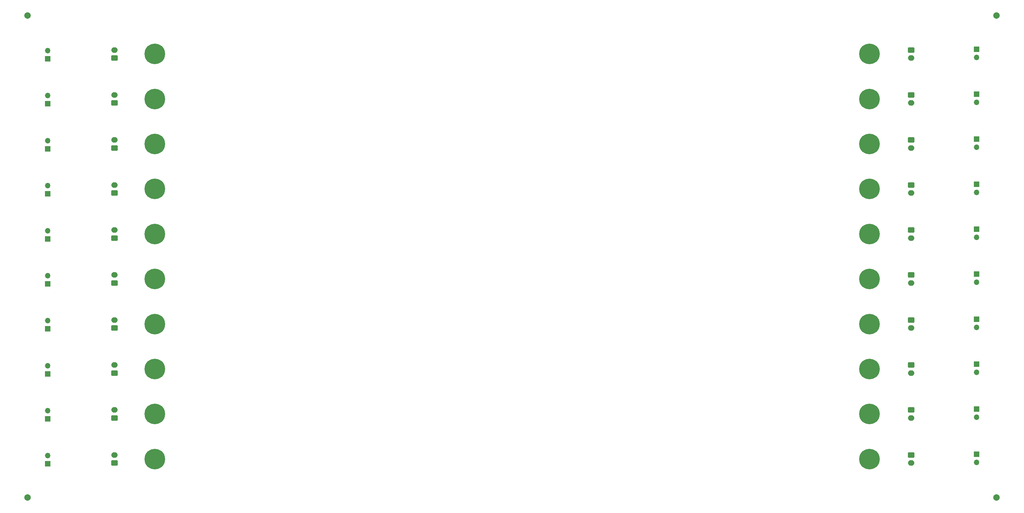
<source format=gbr>
%TF.GenerationSoftware,KiCad,Pcbnew,(6.0.7)*%
%TF.CreationDate,2023-02-06T13:38:00+00:00*%
%TF.ProjectId,Dayspring_P,44617973-7072-4696-9e67-5f502e6b6963,rev?*%
%TF.SameCoordinates,Original*%
%TF.FileFunction,Soldermask,Bot*%
%TF.FilePolarity,Negative*%
%FSLAX46Y46*%
G04 Gerber Fmt 4.6, Leading zero omitted, Abs format (unit mm)*
G04 Created by KiCad (PCBNEW (6.0.7)) date 2023-02-06 13:38:00*
%MOMM*%
%LPD*%
G01*
G04 APERTURE LIST*
G04 Aperture macros list*
%AMRoundRect*
0 Rectangle with rounded corners*
0 $1 Rounding radius*
0 $2 $3 $4 $5 $6 $7 $8 $9 X,Y pos of 4 corners*
0 Add a 4 corners polygon primitive as box body*
4,1,4,$2,$3,$4,$5,$6,$7,$8,$9,$2,$3,0*
0 Add four circle primitives for the rounded corners*
1,1,$1+$1,$2,$3*
1,1,$1+$1,$4,$5*
1,1,$1+$1,$6,$7*
1,1,$1+$1,$8,$9*
0 Add four rect primitives between the rounded corners*
20,1,$1+$1,$2,$3,$4,$5,0*
20,1,$1+$1,$4,$5,$6,$7,0*
20,1,$1+$1,$6,$7,$8,$9,0*
20,1,$1+$1,$8,$9,$2,$3,0*%
G04 Aperture macros list end*
%ADD10C,0.800000*%
%ADD11C,6.400000*%
%ADD12R,1.700000X1.700000*%
%ADD13O,1.700000X1.700000*%
%ADD14RoundRect,0.250000X0.750000X-0.600000X0.750000X0.600000X-0.750000X0.600000X-0.750000X-0.600000X0*%
%ADD15O,2.000000X1.700000*%
%ADD16RoundRect,0.250000X-0.750000X0.600000X-0.750000X-0.600000X0.750000X-0.600000X0.750000X0.600000X0*%
%ADD17C,2.000000*%
G04 APERTURE END LIST*
D10*
%TO.C,H2*%
X283400000Y-59500003D03*
X282697056Y-57802947D03*
X281000000Y-61900003D03*
X278600000Y-59500003D03*
X279302944Y-61197059D03*
X279302944Y-57802947D03*
X282697056Y-61197059D03*
D11*
X281000000Y-59500003D03*
D10*
X281000000Y-57100003D03*
%TD*%
D11*
%TO.C,H1*%
X59000000Y-115500007D03*
D10*
X59000000Y-113100007D03*
X59000000Y-117900007D03*
X60697056Y-117197063D03*
X60697056Y-113802951D03*
X57302944Y-117197063D03*
X61400000Y-115500007D03*
X57302944Y-113802951D03*
X56600000Y-115500007D03*
%TD*%
D11*
%TO.C,H2*%
X281000000Y-157500010D03*
D10*
X282697056Y-155802954D03*
X281000000Y-155100010D03*
X281000000Y-159900010D03*
X283400000Y-157500010D03*
X279302944Y-155802954D03*
X282697056Y-159197066D03*
X278600000Y-157500010D03*
X279302944Y-159197066D03*
%TD*%
%TO.C,H2*%
X283400000Y-73500004D03*
X282697056Y-75197060D03*
X282697056Y-71802948D03*
D11*
X281000000Y-73500004D03*
D10*
X278600000Y-73500004D03*
X279302944Y-71802948D03*
X281000000Y-71100004D03*
X279302944Y-75197060D03*
X281000000Y-75900004D03*
%TD*%
%TO.C,H2*%
X282697056Y-29802945D03*
X281000000Y-29100001D03*
X279302944Y-29802945D03*
X282697056Y-33197057D03*
D11*
X281000000Y-31500001D03*
D10*
X278600000Y-31500001D03*
X279302944Y-33197057D03*
X283400000Y-31500001D03*
X281000000Y-33900001D03*
%TD*%
%TO.C,H1*%
X57302944Y-159197066D03*
X57302944Y-155802954D03*
X59000000Y-155100010D03*
X60697056Y-155802954D03*
X59000000Y-159900010D03*
X56600000Y-157500010D03*
X61400000Y-157500010D03*
X60697056Y-159197066D03*
D11*
X59000000Y-157500010D03*
%TD*%
D10*
%TO.C,H2*%
X282697056Y-113802951D03*
D11*
X281000000Y-115500007D03*
D10*
X281000000Y-113100007D03*
X279302944Y-113802951D03*
X279302944Y-117197063D03*
X281000000Y-117900007D03*
X278600000Y-115500007D03*
X282697056Y-117197063D03*
X283400000Y-115500007D03*
%TD*%
D11*
%TO.C,H1*%
X59000000Y-129500008D03*
D10*
X59000000Y-131900008D03*
X57302944Y-131197064D03*
X60697056Y-131197064D03*
X57302944Y-127802952D03*
X56600000Y-129500008D03*
X59000000Y-127100008D03*
X61400000Y-129500008D03*
X60697056Y-127802952D03*
%TD*%
%TO.C,H1*%
X60697056Y-29802945D03*
D11*
X59000000Y-31500001D03*
D10*
X57302944Y-29802945D03*
X61400000Y-31500001D03*
X59000000Y-29100001D03*
X59000000Y-33900001D03*
X56600000Y-31500001D03*
X60697056Y-33197057D03*
X57302944Y-33197057D03*
%TD*%
%TO.C,H2*%
X282697056Y-141802953D03*
X283400000Y-143500009D03*
X279302944Y-145197065D03*
D11*
X281000000Y-143500009D03*
D10*
X278600000Y-143500009D03*
X281000000Y-145900009D03*
X282697056Y-145197065D03*
X281000000Y-141100009D03*
X279302944Y-141802953D03*
%TD*%
%TO.C,H1*%
X56600000Y-45500002D03*
X57302944Y-47197058D03*
X60697056Y-47197058D03*
X60697056Y-43802946D03*
X57302944Y-43802946D03*
X59000000Y-43100002D03*
X59000000Y-47900002D03*
D11*
X59000000Y-45500002D03*
D10*
X61400000Y-45500002D03*
%TD*%
%TO.C,H1*%
X60697056Y-141802953D03*
X60697056Y-145197065D03*
D11*
X59000000Y-143500009D03*
D10*
X59000000Y-145900009D03*
X57302944Y-145197065D03*
X56600000Y-143500009D03*
X59000000Y-141100009D03*
X61400000Y-143500009D03*
X57302944Y-141802953D03*
%TD*%
D11*
%TO.C,H2*%
X281000000Y-87500005D03*
D10*
X279302944Y-89197061D03*
X278600000Y-87500005D03*
X281000000Y-85100005D03*
X282697056Y-89197061D03*
X283400000Y-87500005D03*
X282697056Y-85802949D03*
X279302944Y-85802949D03*
X281000000Y-89900005D03*
%TD*%
D11*
%TO.C,H1*%
X59000000Y-59500003D03*
D10*
X57302944Y-61197059D03*
X56600000Y-59500003D03*
X60697056Y-61197059D03*
X59000000Y-57100003D03*
X61400000Y-59500003D03*
X59000000Y-61900003D03*
X57302944Y-57802947D03*
X60697056Y-57802947D03*
%TD*%
%TO.C,H1*%
X60697056Y-71802948D03*
X57302944Y-71802948D03*
X57302944Y-75197060D03*
X59000000Y-71100004D03*
X61400000Y-73500004D03*
X56600000Y-73500004D03*
X60697056Y-75197060D03*
X59000000Y-75900004D03*
D11*
X59000000Y-73500004D03*
%TD*%
D10*
%TO.C,H2*%
X279302944Y-127802952D03*
X282697056Y-131197064D03*
X283400000Y-129500008D03*
X281000000Y-127100008D03*
X278600000Y-129500008D03*
X281000000Y-131900008D03*
D11*
X281000000Y-129500008D03*
D10*
X279302944Y-131197064D03*
X282697056Y-127802952D03*
%TD*%
%TO.C,H1*%
X56600000Y-87500005D03*
X57302944Y-85802949D03*
X57302944Y-89197061D03*
X60697056Y-85802949D03*
X59000000Y-85100005D03*
D11*
X59000000Y-87500005D03*
D10*
X60697056Y-89197061D03*
X61400000Y-87500005D03*
X59000000Y-89900005D03*
%TD*%
%TO.C,H1*%
X59000000Y-99100006D03*
X60697056Y-99802950D03*
X59000000Y-103900006D03*
X60697056Y-103197062D03*
X57302944Y-103197062D03*
X61400000Y-101500006D03*
D11*
X59000000Y-101500006D03*
D10*
X56600000Y-101500006D03*
X57302944Y-99802950D03*
%TD*%
%TO.C,H2*%
X282697056Y-99802950D03*
D11*
X281000000Y-101500006D03*
D10*
X283400000Y-101500006D03*
X279302944Y-99802950D03*
X281000000Y-103900006D03*
X278600000Y-101500006D03*
X282697056Y-103197062D03*
X279302944Y-103197062D03*
X281000000Y-99100006D03*
%TD*%
%TO.C,H2*%
X278600000Y-45500002D03*
X282697056Y-47197058D03*
X281000000Y-43100002D03*
X283400000Y-45500002D03*
X281000000Y-47900002D03*
X279302944Y-47197058D03*
D11*
X281000000Y-45500002D03*
D10*
X282697056Y-43802946D03*
X279302944Y-43802946D03*
%TD*%
D12*
%TO.C,J4*%
X314250000Y-100000006D03*
D13*
X314250000Y-102540006D03*
%TD*%
D14*
%TO.C,J1*%
X46500000Y-88750005D03*
D15*
X46500000Y-86250005D03*
%TD*%
D16*
%TO.C,J3*%
X294000000Y-142250009D03*
D15*
X294000000Y-144750009D03*
%TD*%
D16*
%TO.C,J3*%
X294000000Y-128250008D03*
D15*
X294000000Y-130750008D03*
%TD*%
D17*
%TO.C,REF\u002A\u002A*%
X320500000Y-19500000D03*
%TD*%
D16*
%TO.C,J3*%
X294000000Y-114250007D03*
D15*
X294000000Y-116750007D03*
%TD*%
D17*
%TO.C,REF\u002A\u002A*%
X320500000Y-169500000D03*
%TD*%
D12*
%TO.C,J4*%
X314250000Y-86000005D03*
D13*
X314250000Y-88540005D03*
%TD*%
D16*
%TO.C,J3*%
X294000000Y-86250005D03*
D15*
X294000000Y-88750005D03*
%TD*%
D12*
%TO.C,J2*%
X25750000Y-47000002D03*
D13*
X25750000Y-44460002D03*
%TD*%
D12*
%TO.C,J2*%
X25750000Y-131000008D03*
D13*
X25750000Y-128460008D03*
%TD*%
D14*
%TO.C,J1*%
X46500000Y-130750008D03*
D15*
X46500000Y-128250008D03*
%TD*%
D12*
%TO.C,J4*%
X314250000Y-58000003D03*
D13*
X314250000Y-60540003D03*
%TD*%
D12*
%TO.C,J4*%
X314250000Y-44000002D03*
D13*
X314250000Y-46540002D03*
%TD*%
D12*
%TO.C,J2*%
X25750000Y-75000004D03*
D13*
X25750000Y-72460004D03*
%TD*%
D12*
%TO.C,J2*%
X25750000Y-89000005D03*
D13*
X25750000Y-86460005D03*
%TD*%
D12*
%TO.C,J2*%
X25750000Y-33000001D03*
D13*
X25750000Y-30460001D03*
%TD*%
D16*
%TO.C,J3*%
X294000000Y-100250006D03*
D15*
X294000000Y-102750006D03*
%TD*%
D12*
%TO.C,J2*%
X25750000Y-117000007D03*
D13*
X25750000Y-114460007D03*
%TD*%
D14*
%TO.C,J1*%
X46500000Y-46750002D03*
D15*
X46500000Y-44250002D03*
%TD*%
D14*
%TO.C,J1*%
X46500000Y-102750006D03*
D15*
X46500000Y-100250006D03*
%TD*%
D14*
%TO.C,J1*%
X46500000Y-32750001D03*
D15*
X46500000Y-30250001D03*
%TD*%
D12*
%TO.C,J4*%
X314250000Y-30000001D03*
D13*
X314250000Y-32540001D03*
%TD*%
D16*
%TO.C,J3*%
X294000000Y-30250001D03*
D15*
X294000000Y-32750001D03*
%TD*%
D12*
%TO.C,J4*%
X314250000Y-142000009D03*
D13*
X314250000Y-144540009D03*
%TD*%
D16*
%TO.C,J3*%
X294000000Y-156250010D03*
D15*
X294000000Y-158750010D03*
%TD*%
D14*
%TO.C,J1*%
X46500000Y-74750004D03*
D15*
X46500000Y-72250004D03*
%TD*%
D12*
%TO.C,J2*%
X25750000Y-61000003D03*
D13*
X25750000Y-58460003D03*
%TD*%
D14*
%TO.C,J1*%
X46500000Y-144750009D03*
D15*
X46500000Y-142250009D03*
%TD*%
D12*
%TO.C,J4*%
X314250000Y-156000010D03*
D13*
X314250000Y-158540010D03*
%TD*%
D12*
%TO.C,J4*%
X314250000Y-128000008D03*
D13*
X314250000Y-130540008D03*
%TD*%
D12*
%TO.C,J2*%
X25750000Y-159000010D03*
D13*
X25750000Y-156460010D03*
%TD*%
D16*
%TO.C,J3*%
X294000000Y-44250002D03*
D15*
X294000000Y-46750002D03*
%TD*%
D16*
%TO.C,J3*%
X294000000Y-58250003D03*
D15*
X294000000Y-60750003D03*
%TD*%
D14*
%TO.C,J1*%
X46500000Y-60750003D03*
D15*
X46500000Y-58250003D03*
%TD*%
D12*
%TO.C,J4*%
X314250000Y-114000007D03*
D13*
X314250000Y-116540007D03*
%TD*%
D12*
%TO.C,J2*%
X25750000Y-145000009D03*
D13*
X25750000Y-142460009D03*
%TD*%
D12*
%TO.C,J4*%
X314250000Y-72000004D03*
D13*
X314250000Y-74540004D03*
%TD*%
D17*
%TO.C,REF\u002A\u002A*%
X19500000Y-19500000D03*
%TD*%
%TO.C,REF\u002A\u002A*%
X19500000Y-169500000D03*
%TD*%
D12*
%TO.C,J2*%
X25750000Y-103000006D03*
D13*
X25750000Y-100460006D03*
%TD*%
D14*
%TO.C,J1*%
X46500000Y-116750007D03*
D15*
X46500000Y-114250007D03*
%TD*%
D14*
%TO.C,J1*%
X46500000Y-158750010D03*
D15*
X46500000Y-156250010D03*
%TD*%
D16*
%TO.C,J3*%
X294000000Y-72250004D03*
D15*
X294000000Y-74750004D03*
%TD*%
M02*

</source>
